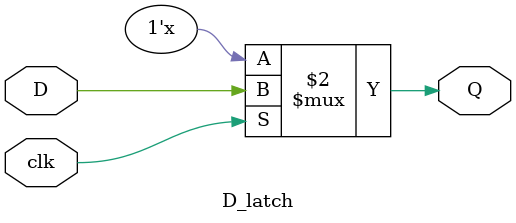
<source format=v>
module D_latch(input clk, input D, output reg Q);
    always @ (clk or D)
        if (clk) begin
            Q <= D;
        end
endmodule
</source>
